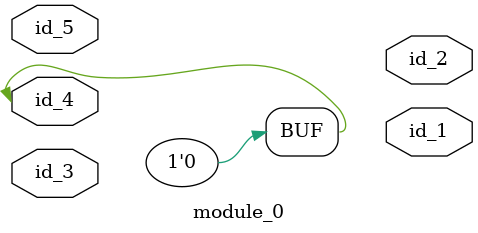
<source format=v>
module module_0 (
    id_1,
    id_2,
    id_3,
    id_4,
    id_5
);
  inout id_5;
  inout id_4;
  inout id_3;
  output id_2;
  output id_1;
  assign id_4 = 1'b0;
endmodule

</source>
